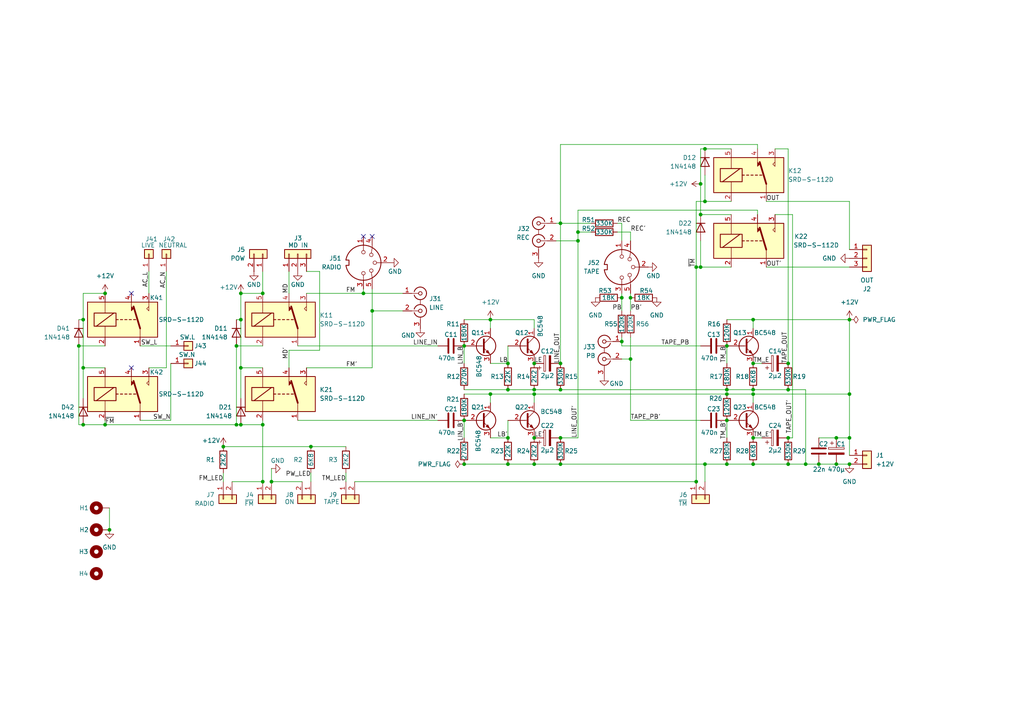
<source format=kicad_sch>
(kicad_sch (version 20231120) (generator "eeschema") (generator_version "8.0")
  (paper "A4")
  (title_block (title "501 audio interconnect") (date "2025-02-13") (rev "v1") (company "TuchAudio @zuiko21"))
  (lib_symbols
    (symbol "Connector:Conn_Coaxial_x2" (pin_names (offset 1.016) hide)
      (property "Reference" "J" (at 0 5.715 0))
      (property "Value" "Conn_Coaxial_x2" (at 2.921 0 90))
      (symbol "Conn_Coaxial_x2_1_1"
        (pin passive line (at -5.08 2.54 0) (length 2.54) (name "IN1") (number "1"))
        (pin passive line (at -5.08 -2.54 0) (length 2.54) (name "IN2") (number "2"))
        (pin passive line (at 0 -7.62 90) (length 2.54) (name "EXT") (number "3"))
      )
    )
    (symbol "Connector:DIN-5_180degree" (pin_names (offset 1.016))
      (property "Reference" "J" (at 3.175 5.715 0))
      (property "Value" "DIN-5_180degree" (at 0 -6.35 0))
      (symbol "DIN-5_180degree_1_1"
        (pin passive line (at -7.62 0 0) (length 2.54) (name "~") (number "1"))
        (pin passive line (at 0 7.62 270) (length 2.54) (name "~") (number "2"))
        (pin passive line (at 7.62 0 180) (length 2.54) (name "~") (number "3"))
        (pin passive line (at -7.62 2.54 0) (length 2.54) (name "~") (number "4"))
        (pin passive line (at 7.62 2.54 180) (length 2.54) (name "~") (number "5"))
      )
    )
    (symbol "Connector_Generic:Conn_01x01" (pin_names (offset 1.016) hide)
      (property "Reference" "J" (at 0 2.54 0))
      (property "Value" "Conn_01x01" (at 0 -2.54 0))
      (symbol "Conn_01x01_1_1"
        (pin passive line (at -5.08 0 0) (length 3.81) (name "Pin_1") (number "1"))
      )
    )
    (symbol "Connector_Generic:Conn_01x02" (pin_names (offset 1.016) hide)
      (property "Reference" "J" (at 0 2.54 0))
      (property "Value" "Conn_01x02" (at 0 -5.08 0))
      (symbol "Conn_01x02_1_1"
        (pin passive line (at -5.08 0 0) (length 3.81) (name "Pin_1") (number "1"))
        (pin passive line (at -5.08 -2.54 0) (length 3.81) (name "Pin_2") (number "2"))
      )
    )
    (symbol "Connector_Generic:Conn_01x03" (pin_names (offset 1.016) hide)
      (property "Reference" "J" (at 0 5.08 0))
      (property "Value" "Conn_01x03" (at 0 -5.08 0))
      (symbol "Conn_01x03_1_1"
        (pin passive line (at -5.08 2.54 0) (length 3.81) (name "Pin_1") (number "1"))
        (pin passive line (at -5.08 0 0) (length 3.81) (name "Pin_2") (number "2"))
        (pin passive line (at -5.08 -2.54 0) (length 3.81) (name "Pin_3") (number "3"))
      )
    )
    (symbol "Device:C" (pin_numbers hide) (pin_names (offset 0.254))
      (property "Reference" "C" (at 0.635 2.54 0))
      (property "Value" "C" (at 0.635 -2.54 0))
      (symbol "C_1_1"
        (pin passive line (at 0 3.81 270) (length 2.794) (name "~") (number "1"))
        (pin passive line (at 0 -3.81 90) (length 2.794) (name "~") (number "2"))
      )
    )
    (symbol "Device:C_Polarized" (pin_numbers hide) (pin_names (offset 0.254))
      (property "Reference" "C" (at 0.635 2.54 0))
      (property "Value" "C_Polarized" (at 0.635 -2.54 0))
      (symbol "C_Polarized_1_1"
        (pin passive line (at 0 3.81 270) (length 2.794) (name "~") (number "1"))
        (pin passive line (at 0 -3.81 90) (length 2.794) (name "~") (number "2"))
      )
    )
    (symbol "Device:R" (pin_numbers hide) (pin_names (offset 0))
      (property "Reference" "R" (at 2.032 0 90))
      (property "Value" "R" (at 0 0 90))
      (symbol "R_1_1"
        (pin passive line (at 0 3.81 270) (length 1.27) (name "~") (number "1"))
        (pin passive line (at 0 -3.81 90) (length 1.27) (name "~") (number "2"))
      )
    )
    (symbol "Diode:1N4148" (pin_numbers hide) (pin_names hide)
      (property "Reference" "D" (at 0 2.54 0))
      (property "Value" "1N4148" (at 0 -2.54 0))
      (symbol "1N4148_1_1"
        (pin passive line (at -3.81 0 0) (length 2.54) (name "K") (number "1"))
        (pin passive line (at 3.81 0 180) (length 2.54) (name "A") (number "2"))
      )
    )
    (symbol "Mechanical:MountingHole" (pin_names (offset 1.016)) (exclude_from_sim yes) (in_bom no)
      (property "Reference" "H" (at 0 5.08 0))
      (property "Value" "MountingHole" (at 0 3.175 0))
    )
    (symbol "Mechanical:MountingHole_Pad" (pin_numbers hide) (pin_names (offset 1.016) hide) (exclude_from_sim yes) (in_bom no)
      (property "Reference" "H" (at 0 6.35 0))
      (property "Value" "MountingHole_Pad" (at 0 4.445 0))
      (symbol "MountingHole_Pad_1_1"
        (pin input line (at 0 -2.54 90) (length 2.54) (name "1") (number "1"))
      )
    )
    (symbol "Relay:SANYOU_SRD_Form_C"
      (property "Reference" "K" (at 11.43 3.81 0))
      (property "Value" "SANYOU_SRD_Form_C" (at 11.43 1.27 0))
      (symbol "SANYOU_SRD_Form_C_1_1"
        (pin passive line (at 5.08 -7.62 90) (length 2.54) (name "~") (number "1"))
        (pin passive line (at -5.08 -7.62 90) (length 2.54) (name "~") (number "2"))
        (pin passive line (at 7.62 7.62 270) (length 2.54) (name "~") (number "3"))
        (pin passive line (at 2.54 7.62 270) (length 2.54) (name "~") (number "4"))
        (pin passive line (at -5.08 7.62 270) (length 2.54) (name "~") (number "5"))
      )
    )
    (symbol "Transistor_BJT:BC548" (pin_names (offset 0) hide)
      (property "Reference" "Q" (at 5.08 1.905 0))
      (property "Value" "BC548" (at 5.08 0 0))
      (symbol "BC548_1_1"
        (pin passive line (at 2.54 5.08 270) (length 2.54) (name "C") (number "1"))
        (pin input line (at -5.08 0 0) (length 5.08) (name "B") (number "2"))
        (pin passive line (at 2.54 -5.08 90) (length 2.54) (name "E") (number "3"))
      )
    )
    (symbol "power:+12V" (power) (pin_numbers hide) (pin_names (offset 0) hide)
      (property "Value" "+12V" (at 0 3.556 0))
      (symbol "+12V_1_1"
        (pin power_in line (at 0 0 90) (length 0) (name "~") (number "1"))
      )
    )
    (symbol "power:GND" (power) (pin_numbers hide) (pin_names (offset 0) hide)
      (property "Value" "GND" (at 0 -3.81 0))
      (symbol "GND_1_1"
        (pin power_in line (at 0 0 270) (length 0) (name "~") (number "1"))
      )
    )
    (symbol "power:PWR_FLAG" (power) (pin_numbers hide) (pin_names (offset 0) hide)
      (property "Value" "PWR_FLAG" (at 0 3.81 0))
      (symbol "PWR_FLAG_0_0"
        (pin power_out line (at 0 0 90) (length 0) (name "~") (number "1"))
      )
    )
  )
  (junction (at 154.94 105.41))
  (junction (at 76.2 123.19))
  (junction (at 76.2 139.7))
  (junction (at 142.24 92.71))
  (junction (at 210.82 114.3))
  (junction (at 90.17 129.54))
  (junction (at 242.57 134.62))
  (junction (at 218.44 92.71))
  (junction (at 154.94 113.03))
  (junction (at 180.34 99.06))
  (junction (at 204.47 134.62))
  (junction (at 154.94 114.3))
  (junction (at 218.44 113.03))
  (junction (at 228.6 105.41))
  (junction (at 147.32 105.41))
  (junction (at 162.56 127))
  (junction (at 210.82 134.62))
  (junction (at 64.77 129.54))
  (junction (at 105.41 85.09))
  (junction (at 182.88 86.36))
  (junction (at 162.56 64.77))
  (junction (at 154.94 134.62))
  (junction (at 76.2 85.09))
  (junction (at 24.13 106.68))
  (junction (at 182.88 104.14))
  (junction (at 203.2 77.47))
  (junction (at 167.64 69.85))
  (junction (at 246.38 114.3))
  (junction (at 69.85 106.68))
  (junction (at 228.6 127))
  (junction (at 162.56 134.62))
  (junction (at 218.44 127))
  (junction (at 210.82 121.92))
  (junction (at 204.47 58.42))
  (junction (at 30.48 123.19))
  (junction (at 218.44 114.3))
  (junction (at 154.94 127))
  (junction (at 246.38 92.71))
  (junction (at 69.85 92.71))
  (junction (at 203.2 62.23))
  (junction (at 201.93 139.7))
  (junction (at 204.47 43.18))
  (junction (at 24.13 123.19))
  (junction (at 147.32 127))
  (junction (at 147.32 134.62))
  (junction (at 134.62 134.62))
  (junction (at 237.49 134.62))
  (junction (at 210.82 113.03))
  (junction (at 203.2 53.34))
  (junction (at 162.56 105.41))
  (junction (at 68.58 100.33))
  (junction (at 69.85 123.19))
  (junction (at 162.56 113.03))
  (junction (at 68.58 123.19))
  (junction (at 134.62 121.92))
  (junction (at 134.62 100.33))
  (junction (at 78.74 139.7))
  (junction (at 218.44 105.41))
  (junction (at 30.48 85.09))
  (junction (at 218.44 134.62))
  (junction (at 246.38 127))
  (junction (at 228.6 134.62))
  (junction (at 210.82 100.33))
  (junction (at 201.93 77.47))
  (junction (at 24.13 92.71))
  (junction (at 142.24 114.3))
  (junction (at 107.95 90.17))
  (junction (at 147.32 113.03))
  (junction (at 228.6 113.03))
  (junction (at 233.68 134.62))
  (junction (at 246.38 134.62))
  (junction (at 180.34 86.36))
  (junction (at 31.75 153.67))
  (junction (at 22.86 100.33))
  (junction (at 167.64 67.31))
  (junction (at 69.85 85.09))
  (junction (at 242.57 127))
  (no_connect (at 105.41 68.58))
  (no_connect (at 38.1 85.09))
  (no_connect (at 38.1 106.68))
  (no_connect (at 107.95 68.58))
  (wire (pts (xy 179.07 67.31) (xy 182.88 67.31)))
  (wire (pts (xy 210.82 100.33) (xy 210.82 105.41)))
  (wire (pts (xy 83.82 101.6) (xy 83.82 106.68)))
  (wire (pts (xy 154.94 114.3) (xy 154.94 116.84)))
  (wire (pts (xy 180.34 99.06) (xy 180.34 100.33)))
  (wire (pts (xy 86.36 100.33) (xy 127 100.33)))
  (wire (pts (xy 233.68 134.62) (xy 228.6 134.62)))
  (wire (pts (xy 218.44 113.03) (xy 228.6 113.03)))
  (wire (pts (xy 107.95 90.17) (xy 107.95 83.82)))
  (wire (pts (xy 69.85 123.19) (xy 76.2 123.19)))
  (wire (pts (xy 246.38 72.39) (xy 246.38 58.42)))
  (wire (pts (xy 68.58 123.19) (xy 69.85 123.19)))
  (wire (pts (xy 182.88 104.14) (xy 182.88 121.92)))
  (wire (pts (xy 154.94 134.62) (xy 162.56 134.62)))
  (wire (pts (xy 203.2 43.18) (xy 203.2 53.34)))
  (wire (pts (xy 162.56 64.77) (xy 162.56 105.41)))
  (wire (pts (xy 68.58 92.71) (xy 69.85 92.71)))
  (wire (pts (xy 167.64 60.96) (xy 219.71 60.96)))
  (wire (pts (xy 246.38 114.3) (xy 246.38 92.71)))
  (wire (pts (xy 107.95 106.68) (xy 107.95 90.17)))
  (wire (pts (xy 218.44 134.62) (xy 228.6 134.62)))
  (wire (pts (xy 162.56 113.03) (xy 210.82 113.03)))
  (wire (pts (xy 107.95 90.17) (xy 116.84 90.17)))
  (wire (pts (xy 162.56 64.77) (xy 171.45 64.77)))
  (wire (pts (xy 83.82 78.74) (xy 83.82 85.09)))
  (wire (pts (xy 22.86 100.33) (xy 22.86 123.19)))
  (wire (pts (xy 218.44 92.71) (xy 218.44 95.25)))
  (wire (pts (xy 210.82 113.03) (xy 218.44 113.03)))
  (wire (pts (xy 201.93 77.47) (xy 203.2 77.47)))
  (wire (pts (xy 182.88 121.92) (xy 203.2 121.92)))
  (wire (pts (xy 24.13 106.68) (xy 24.13 115.57)))
  (wire (pts (xy 134.62 113.03) (xy 147.32 113.03)))
  (wire (pts (xy 167.64 69.85) (xy 167.64 67.31)))
  (wire (pts (xy 64.77 137.16) (xy 64.77 139.7)))
  (wire (pts (xy 229.87 62.23) (xy 229.87 127)))
  (wire (pts (xy 76.2 123.19) (xy 76.2 139.7)))
  (wire (pts (xy 48.26 78.74) (xy 48.26 106.68)))
  (wire (pts (xy 142.24 92.71) (xy 142.24 95.25)))
  (wire (pts (xy 237.49 134.62) (xy 242.57 134.62)))
  (wire (pts (xy 147.32 113.03) (xy 154.94 113.03)))
  (wire (pts (xy 203.2 62.23) (xy 212.09 62.23)))
  (wire (pts (xy 228.6 43.18) (xy 224.79 43.18)))
  (wire (pts (xy 222.25 58.42) (xy 246.38 58.42)))
  (wire (pts (xy 218.44 114.3) (xy 246.38 114.3)))
  (wire (pts (xy 210.82 114.3) (xy 218.44 114.3)))
  (wire (pts (xy 142.24 127) (xy 147.32 127)))
  (wire (pts (xy 78.74 139.7) (xy 87.63 139.7)))
  (wire (pts (xy 69.85 92.71) (xy 69.85 85.09)))
  (wire (pts (xy 237.49 127) (xy 242.57 127)))
  (wire (pts (xy 92.71 78.74) (xy 92.71 101.6)))
  (wire (pts (xy 154.94 92.71) (xy 154.94 95.25)))
  (wire (pts (xy 48.26 106.68) (xy 43.18 106.68)))
  (wire (pts (xy 203.2 69.85) (xy 203.2 77.47)))
  (wire (pts (xy 76.2 100.33) (xy 68.58 100.33)))
  (wire (pts (xy 30.48 123.19) (xy 68.58 123.19)))
  (wire (pts (xy 100.33 137.16) (xy 100.33 139.7)))
  (wire (pts (xy 242.57 127) (xy 246.38 127)))
  (wire (pts (xy 246.38 127) (xy 246.38 132.08)))
  (wire (pts (xy 218.44 114.3) (xy 218.44 116.84)))
  (wire (pts (xy 210.82 121.92) (xy 210.82 127)))
  (wire (pts (xy 76.2 123.19) (xy 76.2 121.92)))
  (wire (pts (xy 210.82 92.71) (xy 218.44 92.71)))
  (wire (pts (xy 30.48 100.33) (xy 22.86 100.33)))
  (wire (pts (xy 30.48 123.19) (xy 30.48 121.92)))
  (wire (pts (xy 142.24 105.41) (xy 147.32 105.41)))
  (wire (pts (xy 233.68 134.62) (xy 237.49 134.62)))
  (wire (pts (xy 210.82 134.62) (xy 218.44 134.62)))
  (wire (pts (xy 182.88 86.36) (xy 182.88 90.17)))
  (wire (pts (xy 142.24 114.3) (xy 154.94 114.3)))
  (wire (pts (xy 134.62 121.92) (xy 134.62 127)))
  (wire (pts (xy 182.88 85.09) (xy 182.88 86.36)))
  (wire (pts (xy 180.34 64.77) (xy 180.34 69.85)))
  (wire (pts (xy 154.94 113.03) (xy 162.56 113.03)))
  (wire (pts (xy 219.71 60.96) (xy 219.71 62.23)))
  (wire (pts (xy 212.09 43.18) (xy 204.47 43.18)))
  (wire (pts (xy 233.68 113.03) (xy 233.68 134.62)))
  (wire (pts (xy 162.56 134.62) (xy 204.47 134.62)))
  (wire (pts (xy 219.71 41.91) (xy 219.71 43.18)))
  (wire (pts (xy 142.24 92.71) (xy 154.94 92.71)))
  (wire (pts (xy 88.9 78.74) (xy 92.71 78.74)))
  (wire (pts (xy 83.82 101.6) (xy 92.71 101.6)))
  (wire (pts (xy 201.93 77.47) (xy 201.93 58.42)))
  (wire (pts (xy 161.29 64.77) (xy 162.56 64.77)))
  (wire (pts (xy 204.47 43.18) (xy 203.2 43.18)))
  (wire (pts (xy 134.62 100.33) (xy 134.62 105.41)))
  (wire (pts (xy 162.56 127) (xy 167.64 127)))
  (wire (pts (xy 24.13 85.09) (xy 24.13 92.71)))
  (wire (pts (xy 86.36 121.92) (xy 127 121.92)))
  (wire (pts (xy 105.41 85.09) (xy 105.41 83.82)))
  (wire (pts (xy 218.44 127) (xy 220.98 127)))
  (wire (pts (xy 24.13 106.68) (xy 30.48 106.68)))
  (wire (pts (xy 224.79 62.23) (xy 229.87 62.23)))
  (wire (pts (xy 78.74 135.89) (xy 78.74 139.7)))
  (wire (pts (xy 242.57 134.62) (xy 246.38 134.62)))
  (wire (pts (xy 40.64 100.33) (xy 49.53 100.33)))
  (wire (pts (xy 64.77 129.54) (xy 90.17 129.54)))
  (wire (pts (xy 246.38 114.3) (xy 246.38 127)))
  (wire (pts (xy 88.9 85.09) (xy 105.41 85.09)))
  (wire (pts (xy 49.53 121.92) (xy 40.64 121.92)))
  (wire (pts (xy 90.17 137.16) (xy 90.17 139.7)))
  (wire (pts (xy 49.53 105.41) (xy 49.53 121.92)))
  (wire (pts (xy 204.47 134.62) (xy 210.82 134.62)))
  (wire (pts (xy 24.13 92.71) (xy 24.13 106.68)))
  (wire (pts (xy 182.88 97.79) (xy 182.88 104.14)))
  (wire (pts (xy 218.44 105.41) (xy 220.98 105.41)))
  (wire (pts (xy 22.86 123.19) (xy 24.13 123.19)))
  (wire (pts (xy 147.32 100.33) (xy 147.32 105.41)))
  (wire (pts (xy 88.9 106.68) (xy 107.95 106.68)))
  (wire (pts (xy 147.32 134.62) (xy 154.94 134.62)))
  (wire (pts (xy 30.48 85.09) (xy 24.13 85.09)))
  (wire (pts (xy 22.86 92.71) (xy 24.13 92.71)))
  (wire (pts (xy 182.88 67.31) (xy 182.88 69.85)))
  (wire (pts (xy 69.85 85.09) (xy 76.2 85.09)))
  (wire (pts (xy 180.34 86.36) (xy 180.34 90.17)))
  (wire (pts (xy 161.29 69.85) (xy 167.64 69.85)))
  (wire (pts (xy 90.17 129.54) (xy 100.33 129.54)))
  (wire (pts (xy 76.2 78.74) (xy 76.2 85.09)))
  (wire (pts (xy 105.41 85.09) (xy 116.84 85.09)))
  (wire (pts (xy 222.25 77.47) (xy 246.38 77.47)))
  (wire (pts (xy 204.47 134.62) (xy 204.47 139.7)))
  (wire (pts (xy 69.85 106.68) (xy 69.85 115.57)))
  (wire (pts (xy 204.47 58.42) (xy 212.09 58.42)))
  (wire (pts (xy 142.24 114.3) (xy 142.24 116.84)))
  (wire (pts (xy 76.2 106.68) (xy 69.85 106.68)))
  (wire (pts (xy 24.13 123.19) (xy 30.48 123.19)))
  (wire (pts (xy 167.64 67.31) (xy 167.64 60.96)))
  (wire (pts (xy 102.87 139.7) (xy 201.93 139.7)))
  (wire (pts (xy 31.75 147.32) (xy 31.75 153.67)))
  (wire (pts (xy 180.34 85.09) (xy 180.34 86.36)))
  (wire (pts (xy 69.85 92.71) (xy 69.85 106.68)))
  (wire (pts (xy 201.93 77.47) (xy 201.93 139.7)))
  (wire (pts (xy 179.07 64.77) (xy 180.34 64.77)))
  (wire (pts (xy 154.94 114.3) (xy 210.82 114.3)))
  (wire (pts (xy 218.44 92.71) (xy 246.38 92.71)))
  (wire (pts (xy 134.62 114.3) (xy 142.24 114.3)))
  (wire (pts (xy 201.93 58.42) (xy 204.47 58.42)))
  (wire (pts (xy 203.2 53.34) (xy 203.2 62.23)))
  (wire (pts (xy 147.32 121.92) (xy 147.32 127)))
  (wire (pts (xy 167.64 67.31) (xy 171.45 67.31)))
  (wire (pts (xy 180.34 104.14) (xy 182.88 104.14)))
  (wire (pts (xy 68.58 100.33) (xy 68.58 123.19)))
  (wire (pts (xy 203.2 100.33) (xy 180.34 100.33)))
  (wire (pts (xy 162.56 64.77) (xy 162.56 41.91)))
  (wire (pts (xy 134.62 92.71) (xy 142.24 92.71)))
  (wire (pts (xy 167.64 127) (xy 167.64 69.85)))
  (wire (pts (xy 229.87 127) (xy 228.6 127)))
  (wire (pts (xy 228.6 105.41) (xy 228.6 43.18)))
  (wire (pts (xy 134.62 134.62) (xy 147.32 134.62)))
  (wire (pts (xy 203.2 77.47) (xy 212.09 77.47)))
  (wire (pts (xy 180.34 97.79) (xy 180.34 99.06)))
  (wire (pts (xy 43.18 78.74) (xy 43.18 85.09)))
  (wire (pts (xy 67.31 139.7) (xy 76.2 139.7)))
  (wire (pts (xy 204.47 50.8) (xy 204.47 58.42)))
  (wire (pts (xy 162.56 41.91) (xy 219.71 41.91)))
  (wire (pts (xy 228.6 113.03) (xy 233.68 113.03)))
  (label "TM_B'" (at 210.82 121.92 270))
  (label "TM_LED" (at 100.33 139.7 180))
  (label "LIN_B'" (at 134.62 121.92 270))
  (label "AC_L" (at 43.18 78.74 270))
  (label "MD" (at 83.82 85.09 90))
  (label "TAPE_OUT" (at 228.6 105.41 90))
  (label "LINE_IN'" (at 127 121.92 180))
  (label "REC" (at 179.07 64.77 0))
  (label "PB" (at 180.34 90.17 180))
  (label "TAPE_OUT'" (at 229.87 125.73 90))
  (label "LINE_OUT" (at 162.56 105.41 90))
  (label "MD'" (at 83.82 104.14 90))
  (label "FM_LED" (at 64.77 139.7 180))
  (label "FM" (at 100.33 85.09 0))
  (label "OUT" (at 222.25 58.42 0))
  (label "LINE_OUT'" (at 167.64 127 90))
  (label "TM_E'" (at 218.44 127 0))
  (label "LINE_IN" (at 127 100.33 180))
  (label "~{TM}" (at 201.93 77.47 90))
  (label "LE'" (at 154.94 127 0))
  (label "TAPE_PB'" (at 182.88 121.92 0))
  (label "SW_N" (at 49.53 121.92 180))
  (label "PW_LED" (at 90.17 138.43 180))
  (label "TM_E" (at 218.44 105.41 0))
  (label "OUT'" (at 222.25 77.47 0))
  (label "TM_B" (at 210.82 100.33 270))
  (label "SW_L" (at 45.72 100.33 180))
  (label "LB" (at 147.32 105.41 180))
  (label "PB'" (at 182.88 90.17 0))
  (label "LIN_B" (at 134.62 100.33 270))
  (label "AC_N" (at 48.26 78.74 270))
  (label "LB'" (at 147.32 127 180))
  (label "REC'" (at 182.88 67.31 0))
  (label "FM'" (at 100.33 106.68 0))
  (label "~{FM}" (at 30.48 123.19 0))
  (label "TAPE_PB" (at 191.77 100.33 0))
  (label "LE" (at 154.94 105.41 0))
  (symbol (lib_id "power:GND") (at 156.21 74.93 0) (mirror y) (unit 1)
    (property "Reference" "#PWR09" (effects (hide yes)))
    (property "Value" "GND" (at 156.21 80.01 0))
    (property "Description" "Power symbol creates a global label with name \"GND\" , ground" (effects (hide yes)))
  )
  (symbol (lib_id "Device:R") (at 147.32 109.22 0) (unit 1)
    (property "Reference" "R13" (at 142.24 109.22 0) (effects (justify left)))
    (property "Value" "22K" (at 147.32 109.22 90))
    (property "Footprint" "Resistor_THT:R_Axial_DIN0207_L6.3mm_D2.5mm_P2.54mm_Vertical" (effects (hide yes)))
    (property "Description" "Resistor" (effects (hide yes)))
  )
  (symbol (lib_id "Connector_Generic:Conn_01x02") (at 100.33 144.78 90) (mirror x) (unit 1)
    (property "Reference" "J9" (at 97.79 143.5099 90) (effects (justify left)))
    (property "Value" "TAPE" (at 98.552 145.542 90) (effects (justify left)))
    (property "Footprint" "Connector_PinHeader_2.54mm:PinHeader_1x02_P2.54mm_Vertical" (effects (hide yes)))
    (property "Description" "Generic connector, single row, 01x02, script generated (kicad-library-utils/schlib/autogen/connector/)" (effects (hide yes)))
  )
  (symbol (lib_id "Device:R") (at 175.26 64.77 270) (unit 1)
    (property "Reference" "R51" (at 170.688 63.754 90))
    (property "Value" "330K" (at 175.26 64.77 90))
    (property "Footprint" "Resistor_THT:R_Axial_DIN0207_L6.3mm_D2.5mm_P2.54mm_Vertical" (effects (hide yes)))
    (property "Description" "Resistor" (effects (hide yes)))
  )
  (symbol (lib_id "power:GND") (at 190.5 86.36 0) (unit 1)
    (property "Reference" "#PWR015" (effects (hide yes)))
    (property "Value" "GND" (at 190.5 91.44 0))
    (property "Description" "Power symbol creates a global label with name \"GND\" , ground" (effects (hide yes)))
  )
  (symbol (lib_id "Connector_Generic:Conn_01x01") (at 48.26 73.66 90) (unit 1)
    (property "Reference" "J42" (at 47.244 69.342 90) (effects (justify right)))
    (property "Value" "NEUTRAL" (at 45.974 71.12 90) (effects (justify right)))
    (property "Footprint" "Connector_PinHeader_2.54mm:PinHeader_1x01_P2.54mm_Vertical" (effects (hide yes)))
    (property "Description" "Generic connector, single row, 01x01, script generated (kicad-library-utils/schlib/autogen/connector/)" (effects (hide yes)))
  )
  (symbol (lib_id "Transistor_BJT:BC548") (at 215.9 121.92 0) (unit 1)
    (property "Reference" "Q23" (at 212.598 118.11 0) (effects (justify left)))
    (property "Value" "BC548" (at 218.694 118.11 0) (effects (justify left)))
    (property "Footprint" "Package_TO_SOT_THT:TO-92_Inline" (effects (hide yes)))
    (property "Datasheet" "https://www.onsemi.com/pub/Collateral/BC550-D.pdf" (effects (hide yes)))
    (property "Description" "0.1A Ic, 30V Vce, Small Signal NPN Transistor, TO-92" (effects (hide yes)))
  )
  (symbol (lib_id "Device:C") (at 207.01 121.92 90) (unit 1)
    (property "Reference" "C23" (at 207.01 118.618 90))
    (property "Value" "470n" (at 205.74 125.476 90))
    (property "Footprint" "Capacitor_THT:C_Rect_L7.2mm_W3.0mm_P5.00mm_FKS2_FKP2_MKS2_MKP2" (effects (hide yes)))
    (property "Description" "Unpolarized capacitor" (effects (hide yes)))
  )
  (symbol (lib_id "Device:R") (at 182.88 93.98 0) (unit 1)
    (property "Reference" "R56" (at 184.404 93.98 0) (effects (justify left)))
    (property "Value" "120K" (at 182.88 93.98 90))
    (property "Footprint" "Resistor_THT:R_Axial_DIN0207_L6.3mm_D2.5mm_P2.54mm_Vertical" (effects (hide yes)))
    (property "Description" "Resistor" (effects (hide yes)))
  )
  (symbol (lib_id "power:+12V") (at 30.48 85.09 0) (unit 1)
    (property "Reference" "#PWR03" (effects (hide yes)))
    (property "Value" "+12V" (at 30.48 80.01 0))
    (property "Description" "Power symbol creates a global label with name \"+12V\"" (effects (hide yes)))
  )
  (symbol (lib_id "Device:R") (at 64.77 133.35 0) (unit 1)
    (property "Reference" "R1" (at 59.69 133.35 0) (effects (justify left)))
    (property "Value" "2K2" (at 64.77 133.35 90))
    (property "Footprint" "Resistor_THT:R_Axial_DIN0207_L6.3mm_D2.5mm_P2.54mm_Vertical" (effects (hide yes)))
    (property "Description" "Resistor" (effects (hide yes)))
  )
  (symbol (lib_id "power:GND") (at 121.92 95.25 0) (unit 1)
    (property "Reference" "#PWR07" (effects (hide yes)))
    (property "Value" "GND" (at 118.364 97.282 0))
    (property "Description" "Power symbol creates a global label with name \"GND\" , ground" (effects (hide yes)))
  )
  (symbol (lib_id "power:GND") (at 175.26 109.22 0) (mirror y) (unit 1)
    (property "Reference" "#PWR010" (effects (hide yes)))
    (property "Value" "GND" (at 178.816 111.252 0))
    (property "Description" "Power symbol creates a global label with name \"GND\" , ground" (effects (hide yes)))
  )
  (symbol (lib_id "Device:R") (at 147.32 130.81 0) (unit 1)
    (property "Reference" "R23" (at 142.24 130.81 0) (effects (justify left)))
    (property "Value" "22K" (at 147.32 130.81 90))
    (property "Footprint" "Resistor_THT:R_Axial_DIN0207_L6.3mm_D2.5mm_P2.54mm_Vertical" (effects (hide yes)))
    (property "Description" "Resistor" (effects (hide yes)))
  )
  (symbol (lib_id "Device:R") (at 176.53 86.36 270) (unit 1)
    (property "Reference" "R53" (at 175.514 84.328 90))
    (property "Value" "18K" (at 176.53 86.36 90))
    (property "Footprint" "Resistor_THT:R_Axial_DIN0207_L6.3mm_D2.5mm_P2.54mm_Vertical" (effects (hide yes)))
    (property "Description" "Resistor" (effects (hide yes)))
  )
  (symbol (lib_id "Device:R") (at 210.82 130.81 0) (unit 1)
    (property "Reference" "R27" (at 205.74 130.81 0) (effects (justify left)))
    (property "Value" "180K" (at 210.82 130.81 90))
    (property "Footprint" "Resistor_THT:R_Axial_DIN0207_L6.3mm_D2.5mm_P2.54mm_Vertical" (effects (hide yes)))
    (property "Description" "Resistor" (effects (hide yes)))
  )
  (symbol (lib_id "power:PWR_FLAG") (at 246.38 92.71 270) (unit 1)
    (property "Reference" "#FLG01" (effects (hide yes)))
    (property "Value" "PWR_FLAG" (at 250.19 92.7099 90) (effects (justify left)))
    (property "Description" "Special symbol for telling ERC where power comes from" (effects (hide yes)))
  )
  (symbol (lib_id "Connector_Generic:Conn_01x02") (at 76.2 73.66 270) (mirror x) (unit 1)
    (property "Reference" "J5" (at 71.12 72.3899 90) (effects (justify right)))
    (property "Value" "POW" (at 71.12 74.9299 90) (effects (justify right)))
    (property "Footprint" "Connector_PinHeader_2.54mm:PinHeader_1x02_P2.54mm_Vertical" (effects (hide yes)))
    (property "Description" "Generic connector, single row, 01x02, script generated (kicad-library-utils/schlib/autogen/connector/)" (effects (hide yes)))
  )
  (symbol (lib_id "power:+12V") (at 64.77 129.54 0) (unit 1)
    (property "Reference" "#PWR019" (effects (hide yes)))
    (property "Value" "+12V" (at 61.214 127.762 0))
    (property "Description" "Power symbol creates a global label with name \"+12V\"" (effects (hide yes)))
  )
  (symbol (lib_id "Diode:1N4148") (at 68.58 96.52 270) (unit 1)
    (property "Reference" "D11" (at 66.04 95.2499 90) (effects (justify right)))
    (property "Value" "1N4148" (at 66.04 97.7899 90) (effects (justify right)))
    (property "Footprint" "Diode_THT:D_DO-35_SOD27_P7.62mm_Horizontal" (effects (hide yes)))
    (property "Datasheet" "https://assets.nexperia.com/documents/data-sheet/1N4148_1N4448.pdf" (effects (hide yes)))
    (property "Description" "100V 0.15A standard switching diode, DO-35" (effects (hide yes)))
    (property "Sim.Device" "D" (effects (hide yes)))
    (property "Sim.Pins" "1=K 2=A" (effects (hide yes)))
  )
  (symbol (lib_id "Device:R") (at 218.44 130.81 0) (unit 1)
    (property "Reference" "R28" (at 213.36 130.81 0) (effects (justify left)))
    (property "Value" "6K8" (at 218.44 130.81 90))
    (property "Footprint" "Resistor_THT:R_Axial_DIN0207_L6.3mm_D2.5mm_P2.54mm_Vertical" (effects (hide yes)))
    (property "Description" "Resistor" (effects (hide yes)))
  )
  (symbol (lib_id "Relay:SANYOU_SRD_Form_C") (at 217.17 69.85 0) (unit 1)
    (property "Reference" "K22" (at 230.378 68.58 0) (effects (justify left)))
    (property "Value" "SRD-S-112D" (at 230.124 71.12 0) (effects (justify left)))
    (property "Footprint" "Relay_THT:Relay_SPDT_SANYOU_SRD_Series_Form_C" (effects (hide yes)))
    (property "Datasheet" "http://www.sanyourelay.ca/public/products/pdf/SRD.pdf" (effects (hide yes)))
    (property "Description" "Sanyo SRD relay, Single Pole Miniature Power Relay," (effects (hide yes)))
  )
  (symbol (lib_id "Diode:1N4148") (at 24.13 119.38 270) (unit 1)
    (property "Reference" "D42" (at 21.59 118.1099 90) (effects (justify right)))
    (property "Value" "1N4148" (at 21.59 120.6499 90) (effects (justify right)))
    (property "Footprint" "Diode_THT:D_DO-35_SOD27_P7.62mm_Horizontal" (effects (hide yes)))
    (property "Datasheet" "https://assets.nexperia.com/documents/data-sheet/1N4148_1N4448.pdf" (effects (hide yes)))
    (property "Description" "100V 0.15A standard switching diode, DO-35" (effects (hide yes)))
    (property "Sim.Device" "D" (effects (hide yes)))
    (property "Sim.Pins" "1=K 2=A" (effects (hide yes)))
  )
  (symbol (lib_id "Connector_Generic:Conn_01x02") (at 201.93 144.78 90) (mirror x) (unit 1)
    (property "Reference" "J6" (at 199.39 143.5099 90) (effects (justify left)))
    (property "Value" "~{TM}" (at 199.39 146.0499 90) (effects (justify left)))
    (property "Footprint" "Connector_PinHeader_2.54mm:PinHeader_1x02_P2.54mm_Vertical" (effects (hide yes)))
    (property "Description" "Generic connector, single row, 01x02, script generated (kicad-library-utils/schlib/autogen/connector/)" (effects (hide yes)))
  )
  (symbol (lib_id "Connector:Conn_Coaxial_x2") (at 121.92 87.63 0) (unit 1)
    (property "Reference" "J31" (at 124.46 86.6531 0) (effects (justify left)))
    (property "Value" "LINE" (at 124.46 89.1931 0) (effects (justify left)))
    (property "Footprint" "durango:2xRCA_vertical" (effects (hide yes)))
    (property "Description" "double coaxial connector (BNC, SMA, SMB, SMC, Cinch/RCA, LEMO, ...)" (effects (hide yes)))
  )
  (symbol (lib_id "power:+12V") (at 142.24 92.71 0) (unit 1)
    (property "Reference" "#PWR014" (effects (hide yes)))
    (property "Value" "+12V" (at 142.24 87.63 0))
    (property "Description" "Power symbol creates a global label with name \"+12V\"" (effects (hide yes)))
  )
  (symbol (lib_id "power:GND") (at 31.75 153.67 0) (unit 1)
    (property "Reference" "#PWR017" (effects (hide yes)))
    (property "Value" "GND" (at 31.75 158.75 0))
    (property "Description" "Power symbol creates a global label with name \"GND\" , ground" (effects (hide yes)))
  )
  (symbol (lib_id "Diode:1N4148") (at 204.47 46.99 270) (unit 1)
    (property "Reference" "D12" (at 201.93 45.7199 90) (effects (justify right)))
    (property "Value" "1N4148" (at 201.93 48.2599 90) (effects (justify right)))
    (property "Footprint" "Diode_THT:D_DO-35_SOD27_P7.62mm_Horizontal" (effects (hide yes)))
    (property "Datasheet" "https://assets.nexperia.com/documents/data-sheet/1N4148_1N4448.pdf" (effects (hide yes)))
    (property "Description" "100V 0.15A standard switching diode, DO-35" (effects (hide yes)))
    (property "Sim.Device" "D" (effects (hide yes)))
    (property "Sim.Pins" "1=K 2=A" (effects (hide yes)))
  )
  (symbol (lib_id "Diode:1N4148") (at 69.85 119.38 270) (unit 1)
    (property "Reference" "D21" (at 67.31 118.1099 90) (effects (justify right)))
    (property "Value" "1N4148" (at 67.31 120.6499 90) (effects (justify right)))
    (property "Footprint" "Diode_THT:D_DO-35_SOD27_P7.62mm_Horizontal" (effects (hide yes)))
    (property "Datasheet" "https://assets.nexperia.com/documents/data-sheet/1N4148_1N4448.pdf" (effects (hide yes)))
    (property "Description" "100V 0.15A standard switching diode, DO-35" (effects (hide yes)))
    (property "Sim.Device" "D" (effects (hide yes)))
    (property "Sim.Pins" "1=K 2=A" (effects (hide yes)))
  )
  (symbol (lib_id "Device:R") (at 90.17 133.35 0) (unit 1)
    (property "Reference" "R2" (at 85.09 133.35 0) (effects (justify left)))
    (property "Value" "6K8" (at 90.17 133.35 90))
    (property "Footprint" "Resistor_THT:R_Axial_DIN0207_L6.3mm_D2.5mm_P2.54mm_Vertical" (effects (hide yes)))
    (property "Description" "Resistor" (effects (hide yes)))
  )
  (symbol (lib_id "Connector_Generic:Conn_01x01") (at 54.61 105.41 0) (unit 1)
    (property "Reference" "J44" (at 59.944 105.41 0) (effects (justify right)))
    (property "Value" "SW.N" (at 56.642 102.87 0) (effects (justify right)))
    (property "Footprint" "Connector_PinHeader_2.54mm:PinHeader_1x01_P2.54mm_Vertical" (effects (hide yes)))
    (property "Description" "Generic connector, single row, 01x01, script generated (kicad-library-utils/schlib/autogen/connector/)" (effects (hide yes)))
  )
  (symbol (lib_id "Diode:1N4148") (at 203.2 66.04 270) (unit 1)
    (property "Reference" "D22" (at 200.66 64.7699 90) (effects (justify right)))
    (property "Value" "1N4148" (at 200.66 67.3099 90) (effects (justify right)))
    (property "Footprint" "Diode_THT:D_DO-35_SOD27_P7.62mm_Horizontal" (effects (hide yes)))
    (property "Datasheet" "https://assets.nexperia.com/documents/data-sheet/1N4148_1N4448.pdf" (effects (hide yes)))
    (property "Description" "100V 0.15A standard switching diode, DO-35" (effects (hide yes)))
    (property "Sim.Device" "D" (effects (hide yes)))
    (property "Sim.Pins" "1=K 2=A" (effects (hide yes)))
  )
  (symbol (lib_id "power:GND") (at 172.72 86.36 0) (unit 1)
    (property "Reference" "#PWR05" (effects (hide yes)))
    (property "Value" "GND" (at 172.72 91.44 0))
    (property "Description" "Power symbol creates a global label with name \"GND\" , ground" (effects (hide yes)))
  )
  (symbol (lib_id "Connector:DIN-5_180degree") (at 105.41 76.2 270) (unit 1)
    (property "Reference" "J51" (at 99.06 74.93 90) (effects (justify right)))
    (property "Value" "RADIO" (at 99.06 77.47 90) (effects (justify right)))
    (property "Footprint" "durango:DIN 5-180deg" (effects (hide yes)))
    (property "Datasheet" "http://www.mouser.com/ds/2/18/40_c091_abd_e-75918.pdf" (effects (hide yes)))
    (property "Description" "5-pin DIN connector (5-pin DIN-5 stereo)" (effects (hide yes)))
  )
  (symbol (lib_id "Device:C_Polarized") (at 242.57 130.81 0) (unit 1)
    (property "Reference" "C1" (at 242.57 128.778 0) (effects (justify left)))
    (property "Value" "470µ" (at 240.03 136.144 0) (effects (justify left)))
    (property "Footprint" "Capacitor_THT:CP_Radial_D6.3mm_P2.50mm" (effects (hide yes)))
    (property "Description" "Polarized capacitor" (effects (hide yes)))
  )
  (symbol (lib_id "Mechanical:MountingHole") (at 27.94 160.02 0) (unit 1) (exclude_from_sim yes) (in_bom no)
    (property "Reference" "H3" (at 22.86 160.02 0) (effects (justify left)))
    (property "Value" "MountingHole" (effects (hide yes)))
    (property "Footprint" "MountingHole:MountingHole_3.2mm_M3" (effects (hide yes)))
    (property "Description" "Mounting Hole without connection" (effects (hide yes)))
  )
  (symbol (lib_id "Relay:SANYOU_SRD_Form_C") (at 81.28 92.71 0) (unit 1)
    (property "Reference" "K11" (at 92.71 91.4399 0) (effects (justify left)))
    (property "Value" "SRD-S-112D" (at 92.71 93.9799 0) (effects (justify left)))
    (property "Footprint" "Relay_THT:Relay_SPDT_SANYOU_SRD_Series_Form_C" (effects (hide yes)))
    (property "Datasheet" "http://www.sanyourelay.ca/public/products/pdf/SRD.pdf" (effects (hide yes)))
    (property "Description" "Sanyo SRD relay, Single Pole Miniature Power Relay," (effects (hide yes)))
  )
  (symbol (lib_id "Device:R") (at 228.6 130.81 0) (unit 1)
    (property "Reference" "R29" (at 229.87 130.81 0) (effects (justify left)))
    (property "Value" "330K" (at 228.6 130.81 90))
    (property "Footprint" "Resistor_THT:R_Axial_DIN0207_L6.3mm_D2.5mm_P2.54mm_Vertical" (effects (hide yes)))
    (property "Description" "Resistor" (effects (hide yes)))
  )
  (symbol (lib_id "Connector_Generic:Conn_01x02") (at 90.17 144.78 270) (unit 1)
    (property "Reference" "J8" (at 82.804 143.51 90) (effects (justify left)))
    (property "Value" "ON" (at 82.55 145.542 90) (effects (justify left)))
    (property "Footprint" "Connector_PinHeader_2.54mm:PinHeader_1x02_P2.54mm_Vertical" (effects (hide yes)))
    (property "Description" "Generic connector, single row, 01x02, script generated (kicad-library-utils/schlib/autogen/connector/)" (effects (hide yes)))
  )
  (symbol (lib_id "Device:R") (at 180.34 93.98 0) (unit 1)
    (property "Reference" "R55" (at 175.26 93.98 0) (effects (justify left)))
    (property "Value" "120K" (at 180.34 93.98 90))
    (property "Footprint" "Resistor_THT:R_Axial_DIN0207_L6.3mm_D2.5mm_P2.54mm_Vertical" (effects (hide yes)))
    (property "Description" "Resistor" (effects (hide yes)))
  )
  (symbol (lib_id "Device:R") (at 228.6 109.22 0) (unit 1)
    (property "Reference" "R19" (at 229.87 109.22 0) (effects (justify left)))
    (property "Value" "330K" (at 228.6 109.22 90))
    (property "Footprint" "Resistor_THT:R_Axial_DIN0207_L6.3mm_D2.5mm_P2.54mm_Vertical" (effects (hide yes)))
    (property "Description" "Resistor" (effects (hide yes)))
  )
  (symbol (lib_id "power:GND") (at 113.03 76.2 90) (unit 1)
    (property "Reference" "#PWR06" (effects (hide yes)))
    (property "Value" "GND" (at 112.522 78.74 90) (effects (justify right)))
    (property "Description" "Power symbol creates a global label with name \"GND\" , ground" (effects (hide yes)))
  )
  (symbol (lib_id "Device:R") (at 134.62 130.81 0) (unit 1)
    (property "Reference" "R22" (at 129.54 130.81 0) (effects (justify left)))
    (property "Value" "270K" (at 134.62 130.81 90))
    (property "Footprint" "Resistor_THT:R_Axial_DIN0207_L6.3mm_D2.5mm_P2.54mm_Vertical" (effects (hide yes)))
    (property "Description" "Resistor" (effects (hide yes)))
  )
  (symbol (lib_id "Connector:Conn_Coaxial_x2") (at 156.21 67.31 0) (mirror y) (unit 1)
    (property "Reference" "J32" (at 153.67 66.3331 0) (effects (justify left)))
    (property "Value" "REC" (at 153.67 68.8731 0) (effects (justify left)))
    (property "Footprint" "durango:2xRCA_vertical" (effects (hide yes)))
    (property "Description" "double coaxial connector (BNC, SMA, SMB, SMC, Cinch/RCA, LEMO, ...)" (effects (hide yes)))
  )
  (symbol (lib_id "Transistor_BJT:BC548") (at 139.7 100.33 0) (unit 1)
    (property "Reference" "Q11" (at 136.652 96.52 0) (effects (justify left)))
    (property "Value" "BC548" (at 138.938 109.474 90) (effects (justify left)))
    (property "Footprint" "Package_TO_SOT_THT:TO-92_Inline" (effects (hide yes)))
    (property "Datasheet" "https://www.onsemi.com/pub/Collateral/BC550-D.pdf" (effects (hide yes)))
    (property "Description" "0.1A Ic, 30V Vce, Small Signal NPN Transistor, TO-92" (effects (hide yes)))
  )
  (symbol (lib_id "power:GND") (at 246.38 134.62 0) (unit 1)
    (property "Reference" "#PWR01" (effects (hide yes)))
    (property "Value" "GND" (at 246.38 139.7 0))
    (property "Description" "Power symbol creates a global label with name \"GND\" , ground" (effects (hide yes)))
  )
  (symbol (lib_id "Relay:SANYOU_SRD_Form_C") (at 81.28 114.3 0) (unit 1)
    (property "Reference" "K21" (at 92.71 113.0299 0) (effects (justify left)))
    (property "Value" "SRD-S-112D" (at 92.71 115.5699 0) (effects (justify left)))
    (property "Footprint" "Relay_THT:Relay_SPDT_SANYOU_SRD_Series_Form_C" (effects (hide yes)))
    (property "Datasheet" "http://www.sanyourelay.ca/public/products/pdf/SRD.pdf" (effects (hide yes)))
    (property "Description" "Sanyo SRD relay, Single Pole Miniature Power Relay," (effects (hide yes)))
  )
  (symbol (lib_id "power:PWR_FLAG") (at 134.62 134.62 90) (unit 1)
    (property "Reference" "#FLG02" (effects (hide yes)))
    (property "Value" "PWR_FLAG" (at 130.81 134.6199 90) (effects (justify left)))
    (property "Description" "Special symbol for telling ERC where power comes from" (effects (hide yes)))
  )
  (symbol (lib_id "power:+12V") (at 246.38 92.71 0) (unit 1)
    (property "Reference" "#PWR013" (effects (hide yes)))
    (property "Value" "+12V" (at 246.38 87.63 0))
    (property "Description" "Power symbol creates a global label with name \"+12V\"" (effects (hide yes)))
  )
  (symbol (lib_id "Connector_Generic:Conn_01x02") (at 251.46 132.08 0) (unit 1)
    (property "Reference" "J1" (at 254 132.0799 0) (effects (justify left)))
    (property "Value" "+12V" (at 254 134.6199 0) (effects (justify left)))
    (property "Footprint" "Connector_PinHeader_2.54mm:PinHeader_1x02_P2.54mm_Vertical" (effects (hide yes)))
    (property "Description" "Generic connector, single row, 01x02, script generated (kicad-library-utils/schlib/autogen/connector/)" (effects (hide yes)))
  )
  (symbol (lib_id "Device:R") (at 175.26 67.31 270) (unit 1)
    (property "Reference" "R52" (at 170.688 66.294 90))
    (property "Value" "330K" (at 175.26 67.31 90))
    (property "Footprint" "Resistor_THT:R_Axial_DIN0207_L6.3mm_D2.5mm_P2.54mm_Vertical" (effects (hide yes)))
    (property "Description" "Resistor" (effects (hide yes)))
  )
  (symbol (lib_id "Transistor_BJT:BC548") (at 215.9 100.33 0) (unit 1)
    (property "Reference" "Q13" (at 212.598 96.52 0) (effects (justify left)))
    (property "Value" "BC548" (at 218.694 96.52 0) (effects (justify left)))
    (property "Footprint" "Package_TO_SOT_THT:TO-92_Inline" (effects (hide yes)))
    (property "Datasheet" "https://www.onsemi.com/pub/Collateral/BC550-D.pdf" (effects (hide yes)))
    (property "Description" "0.1A Ic, 30V Vce, Small Signal NPN Transistor, TO-92" (effects (hide yes)))
  )
  (symbol (lib_id "Relay:SANYOU_SRD_Form_C") (at 217.17 50.8 0) (unit 1)
    (property "Reference" "K12" (at 228.6 49.5299 0) (effects (justify left)))
    (property "Value" "SRD-S-112D" (at 228.6 52.0699 0) (effects (justify left)))
    (property "Footprint" "Relay_THT:Relay_SPDT_SANYOU_SRD_Series_Form_C" (effects (hide yes)))
    (property "Datasheet" "http://www.sanyourelay.ca/public/products/pdf/SRD.pdf" (effects (hide yes)))
    (property "Description" "Sanyo SRD relay, Single Pole Miniature Power Relay," (effects (hide yes)))
  )
  (symbol (lib_id "Relay:SANYOU_SRD_Form_C") (at 35.56 114.3 0) (unit 1)
    (property "Reference" "K42" (at 43.434 107.95 0) (effects (justify left)))
    (property "Value" "SRD-S-112D" (at 45.974 114.3 0) (effects (justify left)))
    (property "Footprint" "Relay_THT:Relay_SPDT_SANYOU_SRD_Series_Form_C" (effects (hide yes)))
    (property "Datasheet" "http://www.sanyourelay.ca/public/products/pdf/SRD.pdf" (effects (hide yes)))
    (property "Description" "Sanyo SRD relay, Single Pole Miniature Power Relay," (effects (hide yes)))
  )
  (symbol (lib_id "Connector_Generic:Conn_01x01") (at 54.61 100.33 0) (unit 1)
    (property "Reference" "J43" (at 59.944 100.33 0) (effects (justify right)))
    (property "Value" "SW.L" (at 56.642 97.79 0) (effects (justify right)))
    (property "Footprint" "Connector_PinHeader_2.54mm:PinHeader_1x01_P2.54mm_Vertical" (effects (hide yes)))
    (property "Description" "Generic connector, single row, 01x01, script generated (kicad-library-utils/schlib/autogen/connector/)" (effects (hide yes)))
  )
  (symbol (lib_id "Device:R") (at 162.56 130.81 180) (unit 1)
    (property "Reference" "R25" (at 167.64 130.81 0) (effects (justify left)))
    (property "Value" "330K" (at 162.56 130.81 90))
    (property "Footprint" "Resistor_THT:R_Axial_DIN0207_L6.3mm_D2.5mm_P2.54mm_Vertical" (effects (hide yes)))
    (property "Description" "Resistor" (effects (hide yes)))
  )
  (symbol (lib_id "power:+12V") (at 69.85 85.09 0) (unit 1)
    (property "Reference" "#PWR04" (effects (hide yes)))
    (property "Value" "+12V" (at 66.294 83.312 0))
    (property "Description" "Power symbol creates a global label with name \"+12V\"" (effects (hide yes)))
  )
  (symbol (lib_id "Device:R") (at 210.82 118.11 180) (unit 1)
    (property "Reference" "R26" (at 209.55 115.57 0) (effects (justify left)))
    (property "Value" "120K" (at 210.82 118.11 90))
    (property "Footprint" "Resistor_THT:R_Axial_DIN0207_L6.3mm_D2.5mm_P2.54mm_Vertical" (effects (hide yes)))
    (property "Description" "Resistor" (effects (hide yes)))
  )
  (symbol (lib_id "Relay:SANYOU_SRD_Form_C") (at 35.56 92.71 0) (unit 1)
    (property "Reference" "K41" (at 43.434 86.36 0) (effects (justify left)))
    (property "Value" "SRD-S-112D" (at 45.974 92.71 0) (effects (justify left)))
    (property "Footprint" "Relay_THT:Relay_SPDT_SANYOU_SRD_Series_Form_C" (effects (hide yes)))
    (property "Datasheet" "http://www.sanyourelay.ca/public/products/pdf/SRD.pdf" (effects (hide yes)))
    (property "Description" "Sanyo SRD relay, Single Pole Miniature Power Relay," (effects (hide yes)))
  )
  (symbol (lib_id "power:GND") (at 78.74 135.89 90) (unit 1)
    (property "Reference" "#PWR018" (effects (hide yes)))
    (property "Value" "GND" (at 78.486 133.604 90) (effects (justify right)))
    (property "Description" "Power symbol creates a global label with name \"GND\" , ground" (effects (hide yes)))
  )
  (symbol (lib_id "Device:R") (at 134.62 96.52 180) (unit 1)
    (property "Reference" "R11" (at 133.35 93.98 0) (effects (justify left)))
    (property "Value" "180K" (at 134.62 96.52 90))
    (property "Footprint" "Resistor_THT:R_Axial_DIN0207_L6.3mm_D2.5mm_P2.54mm_Vertical" (effects (hide yes)))
    (property "Description" "Resistor" (effects (hide yes)))
  )
  (symbol (lib_id "Device:C") (at 237.49 130.81 0) (unit 1)
    (property "Reference" "C2" (at 237.49 128.778 0) (effects (justify left)))
    (property "Value" "22n" (at 235.712 136.144 0) (effects (justify left)))
    (property "Footprint" "Capacitor_THT:C_Disc_D6.0mm_W2.5mm_P5.00mm" (effects (hide yes)))
    (property "Description" "Unpolarized capacitor" (effects (hide yes)))
  )
  (symbol (lib_id "Transistor_BJT:BC548") (at 139.7 121.92 0) (unit 1)
    (property "Reference" "Q21" (at 136.652 118.11 0) (effects (justify left)))
    (property "Value" "BC548" (at 138.684 131.064 90) (effects (justify left)))
    (property "Footprint" "Package_TO_SOT_THT:TO-92_Inline" (effects (hide yes)))
    (property "Datasheet" "https://www.onsemi.com/pub/Collateral/BC550-D.pdf" (effects (hide yes)))
    (property "Description" "0.1A Ic, 30V Vce, Small Signal NPN Transistor, TO-92" (effects (hide yes)))
  )
  (symbol (lib_id "Transistor_BJT:BC548") (at 152.4 100.33 0) (unit 1)
    (property "Reference" "Q12" (at 149.352 96.52 0) (effects (justify left)))
    (property "Value" "BC548" (at 156.718 97.79 90) (effects (justify left)))
    (property "Footprint" "Package_TO_SOT_THT:TO-92_Inline" (effects (hide yes)))
    (property "Datasheet" "https://www.onsemi.com/pub/Collateral/BC550-D.pdf" (effects (hide yes)))
    (property "Description" "0.1A Ic, 30V Vce, Small Signal NPN Transistor, TO-92" (effects (hide yes)))
  )
  (symbol (lib_id "Device:C") (at 207.01 100.33 90) (unit 1)
    (property "Reference" "C13" (at 207.01 97.028 90))
    (property "Value" "470n" (at 205.74 103.886 90))
    (property "Footprint" "Capacitor_THT:C_Rect_L7.2mm_W3.0mm_P5.00mm_FKS2_FKP2_MKS2_MKP2" (effects (hide yes)))
    (property "Description" "Unpolarized capacitor" (effects (hide yes)))
  )
  (symbol (lib_id "power:GND") (at 73.66 78.74 0) (unit 1)
    (property "Reference" "#PWR016" (effects (hide yes)))
    (property "Value" "GND" (at 73.66 82.55 0))
    (property "Description" "Power symbol creates a global label with name \"GND\" , ground" (effects (hide yes)))
  )
  (symbol (lib_id "Device:R") (at 186.69 86.36 90) (mirror x) (unit 1)
    (property "Reference" "R54" (at 187.452 84.328 90))
    (property "Value" "18K" (at 186.69 86.36 90))
    (property "Footprint" "Resistor_THT:R_Axial_DIN0207_L6.3mm_D2.5mm_P2.54mm_Vertical" (effects (hide yes)))
    (property "Description" "Resistor" (effects (hide yes)))
  )
  (symbol (lib_id "Mechanical:MountingHole") (at 27.94 166.37 0) (unit 1) (exclude_from_sim yes) (in_bom no)
    (property "Reference" "H4" (at 22.86 166.37 0) (effects (justify left)))
    (property "Value" "MountingHole" (effects (hide yes)))
    (property "Footprint" "MountingHole:MountingHole_3.2mm_M3" (effects (hide yes)))
    (property "Description" "Mounting Hole without connection" (effects (hide yes)))
  )
  (symbol (lib_id "Connector:Conn_Coaxial_x2") (at 175.26 101.6 0) (mirror y) (unit 1)
    (property "Reference" "J33" (at 172.72 100.6231 0) (effects (justify left)))
    (property "Value" "PB" (at 172.72 103.1631 0) (effects (justify left)))
    (property "Footprint" "durango:2xRCA_vertical" (effects (hide yes)))
    (property "Description" "double coaxial connector (BNC, SMA, SMB, SMC, Cinch/RCA, LEMO, ...)" (effects (hide yes)))
  )
  (symbol (lib_id "Device:C") (at 130.81 121.92 90) (unit 1)
    (property "Reference" "C21" (at 130.81 118.618 90))
    (property "Value" "470n" (at 129.54 125.476 90))
    (property "Footprint" "Capacitor_THT:C_Rect_L7.2mm_W3.0mm_P5.00mm_FKS2_FKP2_MKS2_MKP2" (effects (hide yes)))
    (property "Description" "Unpolarized capacitor" (effects (hide yes)))
  )
  (symbol (lib_id "Device:R") (at 100.33 133.35 0) (unit 1)
    (property "Reference" "R3" (at 95.25 133.35 0) (effects (justify left)))
    (property "Value" "2K2" (at 100.33 133.35 90))
    (property "Footprint" "Resistor_THT:R_Axial_DIN0207_L6.3mm_D2.5mm_P2.54mm_Vertical" (effects (hide yes)))
    (property "Description" "Resistor" (effects (hide yes)))
  )
  (symbol (lib_id "Connector_Generic:Conn_01x02") (at 64.77 144.78 90) (mirror x) (unit 1)
    (property "Reference" "J7" (at 62.23 143.5099 90) (effects (justify left)))
    (property "Value" "RADIO" (at 62.23 146.0499 90) (effects (justify left)))
    (property "Footprint" "Connector_PinHeader_2.54mm:PinHeader_1x02_P2.54mm_Vertical" (effects (hide yes)))
    (property "Description" "Generic connector, single row, 01x02, script generated (kicad-library-utils/schlib/autogen/connector/)" (effects (hide yes)))
  )
  (symbol (lib_id "Connector_Generic:Conn_01x02") (at 76.2 144.78 90) (mirror x) (unit 1)
    (property "Reference" "J4" (at 73.66 143.5099 90) (effects (justify left)))
    (property "Value" "~{FM}" (at 73.66 146.0499 90) (effects (justify left)))
    (property "Footprint" "Connector_PinHeader_2.54mm:PinHeader_1x02_P2.54mm_Vertical" (effects (hide yes)))
    (property "Description" "Generic connector, single row, 01x02, script generated (kicad-library-utils/schlib/autogen/connector/)" (effects (hide yes)))
  )
  (symbol (lib_id "Device:R") (at 134.62 109.22 0) (unit 1)
    (property "Reference" "R12" (at 129.54 109.22 0) (effects (justify left)))
    (property "Value" "270K" (at 134.62 109.22 90))
    (property "Footprint" "Resistor_THT:R_Axial_DIN0207_L6.3mm_D2.5mm_P2.54mm_Vertical" (effects (hide yes)))
    (property "Description" "Resistor" (effects (hide yes)))
  )
  (symbol (lib_id "Device:C") (at 130.81 100.33 90) (unit 1)
    (property "Reference" "C11" (at 130.81 97.028 90))
    (property "Value" "470n" (at 129.54 103.886 90))
    (property "Footprint" "Capacitor_THT:C_Rect_L7.2mm_W3.0mm_P5.00mm_FKS2_FKP2_MKS2_MKP2" (effects (hide yes)))
    (property "Description" "Unpolarized capacitor" (effects (hide yes)))
  )
  (symbol (lib_id "Device:R") (at 218.44 109.22 0) (unit 1)
    (property "Reference" "R18" (at 213.36 109.22 0) (effects (justify left)))
    (property "Value" "6K8" (at 218.44 109.22 90))
    (property "Footprint" "Resistor_THT:R_Axial_DIN0207_L6.3mm_D2.5mm_P2.54mm_Vertical" (effects (hide yes)))
    (property "Description" "Resistor" (effects (hide yes)))
  )
  (symbol (lib_id "power:GND") (at 86.36 78.74 0) (unit 1)
    (property "Reference" "#PWR02" (effects (hide yes)))
    (property "Value" "GND" (at 86.36 82.55 0))
    (property "Description" "Power symbol creates a global label with name \"GND\" , ground" (effects (hide yes)))
  )
  (symbol (lib_id "power:GND") (at 246.38 74.93 270) (unit 1)
    (property "Reference" "#PWR012" (effects (hide yes)))
    (property "Value" "GND" (at 242.57 74.9299 90) (effects (justify right)))
    (property "Description" "Power symbol creates a global label with name \"GND\" , ground" (effects (hide yes)))
  )
  (symbol (lib_id "Device:R") (at 134.62 118.11 180) (unit 1)
    (property "Reference" "R21" (at 133.35 115.824 0) (effects (justify left)))
    (property "Value" "180K" (at 134.62 118.11 90))
    (property "Footprint" "Resistor_THT:R_Axial_DIN0207_L6.3mm_D2.5mm_P2.54mm_Vertical" (effects (hide yes)))
    (property "Description" "Resistor" (effects (hide yes)))
  )
  (symbol (lib_id "Connector_Generic:Conn_01x03") (at 251.46 74.93 0) (unit 1)
    (property "Reference" "J2" (at 251.46 83.82 0))
    (property "Value" "OUT" (at 251.46 81.28 0))
    (property "Footprint" "Connector_PinHeader_2.54mm:PinHeader_1x03_P2.54mm_Vertical" (effects (hide yes)))
    (property "Description" "Generic connector, single row, 01x03, script generated (kicad-library-utils/schlib/autogen/connector/)" (effects (hide yes)))
  )
  (symbol (lib_id "Device:C_Polarized") (at 158.75 127 90) (unit 1)
    (property "Reference" "C22" (at 158.75 123.444 90))
    (property "Value" "2µ2" (at 158.75 130.556 90))
    (property "Footprint" "Capacitor_THT:CP_Radial_D4.0mm_P1.50mm" (effects (hide yes)))
    (property "Description" "Polarized capacitor" (effects (hide yes)))
  )
  (symbol (lib_id "Diode:1N4148") (at 22.86 96.52 270) (unit 1)
    (property "Reference" "D41" (at 20.32 95.2499 90) (effects (justify right)))
    (property "Value" "1N4148" (at 20.32 97.7899 90) (effects (justify right)))
    (property "Footprint" "Diode_THT:D_DO-35_SOD27_P7.62mm_Horizontal" (effects (hide yes)))
    (property "Datasheet" "https://assets.nexperia.com/documents/data-sheet/1N4148_1N4448.pdf" (effects (hide yes)))
    (property "Description" "100V 0.15A standard switching diode, DO-35" (effects (hide yes)))
    (property "Sim.Device" "D" (effects (hide yes)))
    (property "Sim.Pins" "1=K 2=A" (effects (hide yes)))
  )
  (symbol (lib_id "Connector:DIN-5_180degree") (at 180.34 77.47 270) (unit 1)
    (property "Reference" "J52" (at 173.99 76.2 90) (effects (justify right)))
    (property "Value" "TAPE" (at 173.99 78.74 90) (effects (justify right)))
    (property "Footprint" "durango:DIN 5-180deg" (effects (hide yes)))
    (property "Datasheet" "http://www.mouser.com/ds/2/18/40_c091_abd_e-75918.pdf" (effects (hide yes)))
    (property "Description" "5-pin DIN connector (5-pin DIN-5 stereo)" (effects (hide yes)))
  )
  (symbol (lib_id "Mechanical:MountingHole_Pad") (at 29.21 153.67 90) (unit 1) (exclude_from_sim yes) (in_bom no)
    (property "Reference" "H2" (at 24.384 153.67 90))
    (property "Value" "MountingHole_Pad" (effects (hide yes)))
    (property "Footprint" "MountingHole:MountingHole_3.2mm_M3_DIN965_Pad" (effects (hide yes)))
    (property "Description" "Mounting Hole with connection" (effects (hide yes)))
  )
  (symbol (lib_id "Device:R") (at 154.94 130.81 0) (unit 1)
    (property "Reference" "R24" (at 149.86 130.81 0) (effects (justify left)))
    (property "Value" "2K2" (at 154.94 130.81 90))
    (property "Footprint" "Resistor_THT:R_Axial_DIN0207_L6.3mm_D2.5mm_P2.54mm_Vertical" (effects (hide yes)))
    (property "Description" "Resistor" (effects (hide yes)))
  )
  (symbol (lib_id "Device:R") (at 154.94 109.22 0) (unit 1)
    (property "Reference" "R14" (at 149.86 109.22 0) (effects (justify left)))
    (property "Value" "2K2" (at 154.94 109.22 90))
    (property "Footprint" "Resistor_THT:R_Axial_DIN0207_L6.3mm_D2.5mm_P2.54mm_Vertical" (effects (hide yes)))
    (property "Description" "Resistor" (effects (hide yes)))
  )
  (symbol (lib_id "Connector_Generic:Conn_01x03") (at 86.36 73.66 90) (unit 1)
    (property "Reference" "J3" (at 87.63 69.088 90) (effects (justify left)))
    (property "Value" "MD IN" (at 89.408 71.12 90) (effects (justify left)))
    (property "Footprint" "Connector_PinHeader_2.54mm:PinHeader_1x03_P2.54mm_Vertical" (effects (hide yes)))
    (property "Description" "Generic connector, single row, 01x03, script generated (kicad-library-utils/schlib/autogen/connector/)" (effects (hide yes)))
  )
  (symbol (lib_id "Device:C_Polarized") (at 158.75 105.41 90) (unit 1)
    (property "Reference" "C12" (at 158.75 101.854 90))
    (property "Value" "2µ2" (at 158.75 108.966 90))
    (property "Footprint" "Capacitor_THT:CP_Radial_D4.0mm_P1.50mm" (effects (hide yes)))
    (property "Description" "Polarized capacitor" (effects (hide yes)))
  )
  (symbol (lib_id "Transistor_BJT:BC548") (at 152.4 121.92 0) (unit 1)
    (property "Reference" "Q22" (at 149.352 118.11 0) (effects (justify left)))
    (property "Value" "BC548" (at 156.718 119.38 0) (effects (justify left)))
    (property "Footprint" "Package_TO_SOT_THT:TO-92_Inline" (effects (hide yes)))
    (property "Datasheet" "https://www.onsemi.com/pub/Collateral/BC550-D.pdf" (effects (hide yes)))
    (property "Description" "0.1A Ic, 30V Vce, Small Signal NPN Transistor, TO-92" (effects (hide yes)))
  )
  (symbol (lib_id "power:+12V") (at 203.2 53.34 90) (unit 1)
    (property "Reference" "#PWR011" (effects (hide yes)))
    (property "Value" "+12V" (at 199.39 53.3399 90) (effects (justify left)))
    (property "Description" "Power symbol creates a global label with name \"+12V\"" (effects (hide yes)))
  )
  (symbol (lib_id "Device:C_Polarized") (at 224.79 105.41 90) (unit 1)
    (property "Reference" "C14" (at 224.79 101.854 90))
    (property "Value" "2µ2" (at 224.79 108.966 90))
    (property "Footprint" "Capacitor_THT:CP_Radial_D4.0mm_P1.50mm" (effects (hide yes)))
    (property "Description" "Polarized capacitor" (effects (hide yes)))
  )
  (symbol (lib_id "Device:R") (at 162.56 109.22 180) (unit 1)
    (property "Reference" "R15" (at 167.64 109.22 0) (effects (justify left)))
    (property "Value" "330K" (at 162.56 109.22 90))
    (property "Footprint" "Resistor_THT:R_Axial_DIN0207_L6.3mm_D2.5mm_P2.54mm_Vertical" (effects (hide yes)))
    (property "Description" "Resistor" (effects (hide yes)))
  )
  (symbol (lib_id "power:GND") (at 187.96 77.47 90) (unit 1)
    (property "Reference" "#PWR08" (effects (hide yes)))
    (property "Value" "GND" (at 187.452 80.01 90) (effects (justify right)))
    (property "Description" "Power symbol creates a global label with name \"GND\" , ground" (effects (hide yes)))
  )
  (symbol (lib_id "Connector_Generic:Conn_01x01") (at 43.18 73.66 90) (unit 1)
    (property "Reference" "J41" (at 42.164 69.342 90) (effects (justify right)))
    (property "Value" "LIVE" (at 40.894 71.12 90) (effects (justify right)))
    (property "Footprint" "Connector_PinHeader_2.54mm:PinHeader_1x01_P2.54mm_Vertical" (effects (hide yes)))
    (property "Description" "Generic connector, single row, 01x01, script generated (kicad-library-utils/schlib/autogen/connector/)" (effects (hide yes)))
  )
  (symbol (lib_id "Device:R") (at 210.82 109.22 0) (unit 1)
    (property "Reference" "R17" (at 205.74 109.22 0) (effects (justify left)))
    (property "Value" "180K" (at 210.82 109.22 90))
    (property "Footprint" "Resistor_THT:R_Axial_DIN0207_L6.3mm_D2.5mm_P2.54mm_Vertical" (effects (hide yes)))
    (property "Description" "Resistor" (effects (hide yes)))
  )
  (symbol (lib_id "Mechanical:MountingHole_Pad") (at 29.21 147.32 90) (unit 1) (exclude_from_sim yes) (in_bom no)
    (property "Reference" "H1" (at 24.384 147.32 90))
    (property "Value" "MountingHole_Pad" (effects (hide yes)))
    (property "Footprint" "MountingHole:MountingHole_3.2mm_M3_DIN965_Pad" (effects (hide yes)))
    (property "Description" "Mounting Hole with connection" (effects (hide yes)))
  )
  (symbol (lib_id "Device:C_Polarized") (at 224.79 127 90) (unit 1)
    (property "Reference" "C24" (at 224.79 123.444 90))
    (property "Value" "2µ2" (at 224.79 130.556 90))
    (property "Footprint" "Capacitor_THT:CP_Radial_D4.0mm_P1.50mm" (effects (hide yes)))
    (property "Description" "Polarized capacitor" (effects (hide yes)))
  )
  (symbol (lib_id "Device:R") (at 210.82 96.52 180) (unit 1)
    (property "Reference" "R16" (at 209.042 93.98 0) (effects (justify left)))
    (property "Value" "120K" (at 210.82 96.52 90))
    (property "Footprint" "Resistor_THT:R_Axial_DIN0207_L6.3mm_D2.5mm_P2.54mm_Vertical" (effects (hide yes)))
    (property "Description" "Resistor" (effects (hide yes)))
  )
)
</source>
